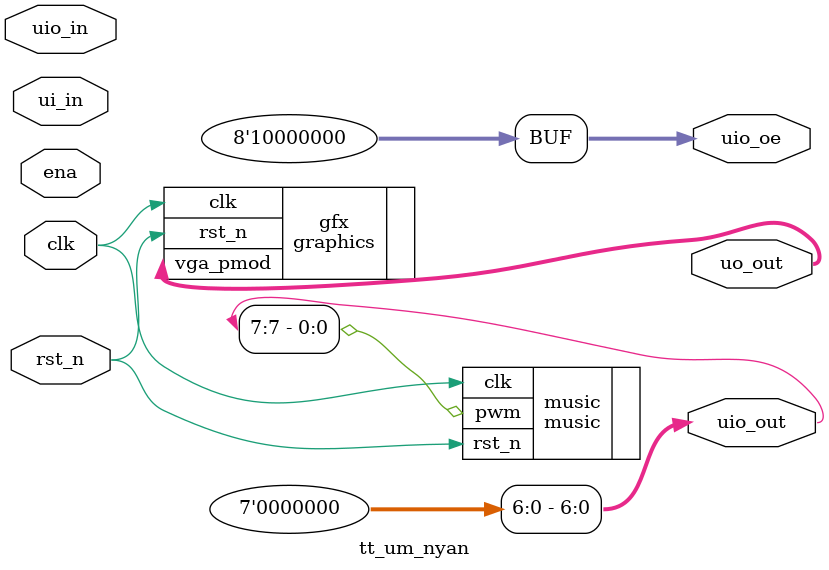
<source format=v>
`default_nettype none

module tt_um_nyan
    /* verilator lint_off UNUSED */
    (
        input wire [7:0] ui_in,
        output wire [7:0] uo_out,
        input wire [7:0] uio_in,
        output wire [7:0] uio_out,
        output wire [7:0] uio_oe,
        input wire ena,
        input wire clk,
        input wire rst_n
    );
    /* verilator lint_on UNUSED */

    assign uio_out[6:0] = 7'b0000000;
    assign uio_oe = 8'b10000000;

    graphics gfx(.clk(clk), .rst_n(rst_n), .vga_pmod(uo_out));

    music music(.clk(clk), .rst_n(rst_n), .pwm(uio_out[7]));
endmodule

</source>
